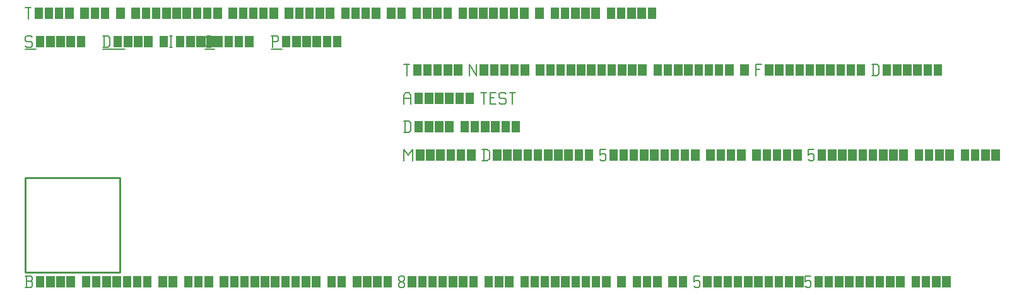
<source format=gbr>
G04 start of page 3 for group -1 layer_idx 16777221 *
G04 Title: Normal rectangular polygons, <virtual group> *
G04 Creator: <version>
G04 CreationDate: <date>
G04 For:  *
G04 Format: Gerber/RS-274X *
G04 PCB-Dimensions: 50000 50000 *
G04 PCB-Coordinate-Origin: lower left *
%MOIN*%
%FSLAX25Y25*%
%LNFAB*%
%ADD14C,0.0100*%
%ADD13C,0.0001*%
%ADD12C,0.0060*%
G54D12*X3000Y125000D02*X3750Y124250D01*
X750Y125000D02*X3000D01*
X0Y124250D02*X750Y125000D01*
X0Y124250D02*Y122750D01*
X750Y122000D01*
X3000D01*
X3750Y121250D01*
Y119750D01*
X3000Y119000D02*X3750Y119750D01*
X750Y119000D02*X3000D01*
X0Y119750D02*X750Y119000D01*
G54D13*G36*
X5550Y125000D02*Y119000D01*
X10050D01*
Y125000D01*
X5550D01*
G37*
G36*
X10950D02*Y119000D01*
X15450D01*
Y125000D01*
X10950D01*
G37*
G36*
X16350D02*Y119000D01*
X20850D01*
Y125000D01*
X16350D01*
G37*
G36*
X21750D02*Y119000D01*
X26250D01*
Y125000D01*
X21750D01*
G37*
G36*
X27150D02*Y119000D01*
X31650D01*
Y125000D01*
X27150D01*
G37*
G54D12*X0Y118000D02*X5550D01*
X41750Y125000D02*Y119000D01*
X43700Y125000D02*X44750Y123950D01*
Y120050D01*
X43700Y119000D02*X44750Y120050D01*
X41000Y119000D02*X43700D01*
X41000Y125000D02*X43700D01*
G54D13*G36*
X46550D02*Y119000D01*
X51050D01*
Y125000D01*
X46550D01*
G37*
G36*
X51950D02*Y119000D01*
X56450D01*
Y125000D01*
X51950D01*
G37*
G36*
X57350D02*Y119000D01*
X61850D01*
Y125000D01*
X57350D01*
G37*
G36*
X62750D02*Y119000D01*
X67250D01*
Y125000D01*
X62750D01*
G37*
G36*
X70850D02*Y119000D01*
X75350D01*
Y125000D01*
X70850D01*
G37*
G54D12*X76250D02*X77750D01*
X77000D02*Y119000D01*
X76250D02*X77750D01*
G54D13*G36*
X79550Y125000D02*Y119000D01*
X84050D01*
Y125000D01*
X79550D01*
G37*
G36*
X84950D02*Y119000D01*
X89450D01*
Y125000D01*
X84950D01*
G37*
G36*
X90350D02*Y119000D01*
X94850D01*
Y125000D01*
X90350D01*
G37*
G36*
X95750D02*Y119000D01*
X100250D01*
Y125000D01*
X95750D01*
G37*
G54D12*X41000Y118000D02*X52550D01*
X96050Y119000D02*X98000D01*
X95000Y120050D02*X96050Y119000D01*
X95000Y123950D02*Y120050D01*
Y123950D02*X96050Y125000D01*
X98000D01*
G54D13*G36*
X99800D02*Y119000D01*
X104300D01*
Y125000D01*
X99800D01*
G37*
G36*
X105200D02*Y119000D01*
X109700D01*
Y125000D01*
X105200D01*
G37*
G36*
X110600D02*Y119000D01*
X115100D01*
Y125000D01*
X110600D01*
G37*
G36*
X116000D02*Y119000D01*
X120500D01*
Y125000D01*
X116000D01*
G37*
G54D12*X95000Y118000D02*X99800D01*
X130750Y125000D02*Y119000D01*
X130000Y125000D02*X133000D01*
X133750Y124250D01*
Y122750D01*
X133000Y122000D02*X133750Y122750D01*
X130750Y122000D02*X133000D01*
G54D13*G36*
X135550Y125000D02*Y119000D01*
X140050D01*
Y125000D01*
X135550D01*
G37*
G36*
X140950D02*Y119000D01*
X145450D01*
Y125000D01*
X140950D01*
G37*
G36*
X146350D02*Y119000D01*
X150850D01*
Y125000D01*
X146350D01*
G37*
G36*
X151750D02*Y119000D01*
X156250D01*
Y125000D01*
X151750D01*
G37*
G36*
X157150D02*Y119000D01*
X161650D01*
Y125000D01*
X157150D01*
G37*
G36*
X162550D02*Y119000D01*
X167050D01*
Y125000D01*
X162550D01*
G37*
G54D12*X130000Y118000D02*X135550D01*
X0Y140000D02*X3000D01*
X1500D02*Y134000D01*
G54D13*G36*
X4800Y140000D02*Y134000D01*
X9300D01*
Y140000D01*
X4800D01*
G37*
G36*
X10200D02*Y134000D01*
X14700D01*
Y140000D01*
X10200D01*
G37*
G36*
X15600D02*Y134000D01*
X20100D01*
Y140000D01*
X15600D01*
G37*
G36*
X21000D02*Y134000D01*
X25500D01*
Y140000D01*
X21000D01*
G37*
G36*
X29100D02*Y134000D01*
X33600D01*
Y140000D01*
X29100D01*
G37*
G36*
X34500D02*Y134000D01*
X39000D01*
Y140000D01*
X34500D01*
G37*
G36*
X39900D02*Y134000D01*
X44400D01*
Y140000D01*
X39900D01*
G37*
G36*
X48000D02*Y134000D01*
X52500D01*
Y140000D01*
X48000D01*
G37*
G36*
X56100D02*Y134000D01*
X60600D01*
Y140000D01*
X56100D01*
G37*
G36*
X61500D02*Y134000D01*
X66000D01*
Y140000D01*
X61500D01*
G37*
G36*
X66900D02*Y134000D01*
X71400D01*
Y140000D01*
X66900D01*
G37*
G36*
X72300D02*Y134000D01*
X76800D01*
Y140000D01*
X72300D01*
G37*
G36*
X77700D02*Y134000D01*
X82200D01*
Y140000D01*
X77700D01*
G37*
G36*
X83100D02*Y134000D01*
X87600D01*
Y140000D01*
X83100D01*
G37*
G36*
X88500D02*Y134000D01*
X93000D01*
Y140000D01*
X88500D01*
G37*
G36*
X93900D02*Y134000D01*
X98400D01*
Y140000D01*
X93900D01*
G37*
G36*
X99300D02*Y134000D01*
X103800D01*
Y140000D01*
X99300D01*
G37*
G36*
X107400D02*Y134000D01*
X111900D01*
Y140000D01*
X107400D01*
G37*
G36*
X112800D02*Y134000D01*
X117300D01*
Y140000D01*
X112800D01*
G37*
G36*
X118200D02*Y134000D01*
X122700D01*
Y140000D01*
X118200D01*
G37*
G36*
X123600D02*Y134000D01*
X128100D01*
Y140000D01*
X123600D01*
G37*
G36*
X129000D02*Y134000D01*
X133500D01*
Y140000D01*
X129000D01*
G37*
G36*
X137100D02*Y134000D01*
X141600D01*
Y140000D01*
X137100D01*
G37*
G36*
X142500D02*Y134000D01*
X147000D01*
Y140000D01*
X142500D01*
G37*
G36*
X147900D02*Y134000D01*
X152400D01*
Y140000D01*
X147900D01*
G37*
G36*
X153300D02*Y134000D01*
X157800D01*
Y140000D01*
X153300D01*
G37*
G36*
X158700D02*Y134000D01*
X163200D01*
Y140000D01*
X158700D01*
G37*
G36*
X166800D02*Y134000D01*
X171300D01*
Y140000D01*
X166800D01*
G37*
G36*
X172200D02*Y134000D01*
X176700D01*
Y140000D01*
X172200D01*
G37*
G36*
X177600D02*Y134000D01*
X182100D01*
Y140000D01*
X177600D01*
G37*
G36*
X183000D02*Y134000D01*
X187500D01*
Y140000D01*
X183000D01*
G37*
G36*
X191100D02*Y134000D01*
X195600D01*
Y140000D01*
X191100D01*
G37*
G36*
X196500D02*Y134000D01*
X201000D01*
Y140000D01*
X196500D01*
G37*
G36*
X204600D02*Y134000D01*
X209100D01*
Y140000D01*
X204600D01*
G37*
G36*
X210000D02*Y134000D01*
X214500D01*
Y140000D01*
X210000D01*
G37*
G36*
X215400D02*Y134000D01*
X219900D01*
Y140000D01*
X215400D01*
G37*
G36*
X220800D02*Y134000D01*
X225300D01*
Y140000D01*
X220800D01*
G37*
G36*
X228900D02*Y134000D01*
X233400D01*
Y140000D01*
X228900D01*
G37*
G36*
X234300D02*Y134000D01*
X238800D01*
Y140000D01*
X234300D01*
G37*
G36*
X239700D02*Y134000D01*
X244200D01*
Y140000D01*
X239700D01*
G37*
G36*
X245100D02*Y134000D01*
X249600D01*
Y140000D01*
X245100D01*
G37*
G36*
X250500D02*Y134000D01*
X255000D01*
Y140000D01*
X250500D01*
G37*
G36*
X255900D02*Y134000D01*
X260400D01*
Y140000D01*
X255900D01*
G37*
G36*
X261300D02*Y134000D01*
X265800D01*
Y140000D01*
X261300D01*
G37*
G36*
X269400D02*Y134000D01*
X273900D01*
Y140000D01*
X269400D01*
G37*
G36*
X277500D02*Y134000D01*
X282000D01*
Y140000D01*
X277500D01*
G37*
G36*
X282900D02*Y134000D01*
X287400D01*
Y140000D01*
X282900D01*
G37*
G36*
X288300D02*Y134000D01*
X292800D01*
Y140000D01*
X288300D01*
G37*
G36*
X293700D02*Y134000D01*
X298200D01*
Y140000D01*
X293700D01*
G37*
G36*
X299100D02*Y134000D01*
X303600D01*
Y140000D01*
X299100D01*
G37*
G36*
X307200D02*Y134000D01*
X311700D01*
Y140000D01*
X307200D01*
G37*
G36*
X312600D02*Y134000D01*
X317100D01*
Y140000D01*
X312600D01*
G37*
G36*
X318000D02*Y134000D01*
X322500D01*
Y140000D01*
X318000D01*
G37*
G36*
X323400D02*Y134000D01*
X327900D01*
Y140000D01*
X323400D01*
G37*
G36*
X328800D02*Y134000D01*
X333300D01*
Y140000D01*
X328800D01*
G37*
G54D14*X0Y50000D02*X50000D01*
X0D02*Y0D01*
X50000Y50000D02*Y0D01*
X0D02*X50000D01*
G54D12*X200000Y65000D02*Y59000D01*
Y65000D02*X202250Y62000D01*
X204500Y65000D01*
Y59000D01*
G54D13*G36*
X206300Y65000D02*Y59000D01*
X210800D01*
Y65000D01*
X206300D01*
G37*
G36*
X211700D02*Y59000D01*
X216200D01*
Y65000D01*
X211700D01*
G37*
G36*
X217100D02*Y59000D01*
X221600D01*
Y65000D01*
X217100D01*
G37*
G36*
X222500D02*Y59000D01*
X227000D01*
Y65000D01*
X222500D01*
G37*
G36*
X227900D02*Y59000D01*
X232400D01*
Y65000D01*
X227900D01*
G37*
G36*
X233300D02*Y59000D01*
X237800D01*
Y65000D01*
X233300D01*
G37*
G54D12*X242150D02*Y59000D01*
X244100Y65000D02*X245150Y63950D01*
Y60050D01*
X244100Y59000D02*X245150Y60050D01*
X241400Y59000D02*X244100D01*
X241400Y65000D02*X244100D01*
G54D13*G36*
X246950D02*Y59000D01*
X251450D01*
Y65000D01*
X246950D01*
G37*
G36*
X252350D02*Y59000D01*
X256850D01*
Y65000D01*
X252350D01*
G37*
G36*
X257750D02*Y59000D01*
X262250D01*
Y65000D01*
X257750D01*
G37*
G36*
X263150D02*Y59000D01*
X267650D01*
Y65000D01*
X263150D01*
G37*
G36*
X268550D02*Y59000D01*
X273050D01*
Y65000D01*
X268550D01*
G37*
G36*
X273950D02*Y59000D01*
X278450D01*
Y65000D01*
X273950D01*
G37*
G36*
X279350D02*Y59000D01*
X283850D01*
Y65000D01*
X279350D01*
G37*
G36*
X284750D02*Y59000D01*
X289250D01*
Y65000D01*
X284750D01*
G37*
G36*
X290150D02*Y59000D01*
X294650D01*
Y65000D01*
X290150D01*
G37*
G36*
X295550D02*Y59000D01*
X300050D01*
Y65000D01*
X295550D01*
G37*
G54D12*X303650D02*X306650D01*
X303650D02*Y62000D01*
X304400Y62750D01*
X305900D01*
X306650Y62000D01*
Y59750D01*
X305900Y59000D02*X306650Y59750D01*
X304400Y59000D02*X305900D01*
X303650Y59750D02*X304400Y59000D01*
G54D13*G36*
X308450Y65000D02*Y59000D01*
X312950D01*
Y65000D01*
X308450D01*
G37*
G36*
X313850D02*Y59000D01*
X318350D01*
Y65000D01*
X313850D01*
G37*
G36*
X319250D02*Y59000D01*
X323750D01*
Y65000D01*
X319250D01*
G37*
G36*
X324650D02*Y59000D01*
X329150D01*
Y65000D01*
X324650D01*
G37*
G36*
X330050D02*Y59000D01*
X334550D01*
Y65000D01*
X330050D01*
G37*
G36*
X335450D02*Y59000D01*
X339950D01*
Y65000D01*
X335450D01*
G37*
G36*
X340850D02*Y59000D01*
X345350D01*
Y65000D01*
X340850D01*
G37*
G36*
X346250D02*Y59000D01*
X350750D01*
Y65000D01*
X346250D01*
G37*
G36*
X351650D02*Y59000D01*
X356150D01*
Y65000D01*
X351650D01*
G37*
G36*
X359750D02*Y59000D01*
X364250D01*
Y65000D01*
X359750D01*
G37*
G36*
X365150D02*Y59000D01*
X369650D01*
Y65000D01*
X365150D01*
G37*
G36*
X370550D02*Y59000D01*
X375050D01*
Y65000D01*
X370550D01*
G37*
G36*
X375950D02*Y59000D01*
X380450D01*
Y65000D01*
X375950D01*
G37*
G36*
X384050D02*Y59000D01*
X388550D01*
Y65000D01*
X384050D01*
G37*
G36*
X389450D02*Y59000D01*
X393950D01*
Y65000D01*
X389450D01*
G37*
G36*
X394850D02*Y59000D01*
X399350D01*
Y65000D01*
X394850D01*
G37*
G36*
X400250D02*Y59000D01*
X404750D01*
Y65000D01*
X400250D01*
G37*
G36*
X405650D02*Y59000D01*
X410150D01*
Y65000D01*
X405650D01*
G37*
G54D12*X413750D02*X416750D01*
X413750D02*Y62000D01*
X414500Y62750D01*
X416000D01*
X416750Y62000D01*
Y59750D01*
X416000Y59000D02*X416750Y59750D01*
X414500Y59000D02*X416000D01*
X413750Y59750D02*X414500Y59000D01*
G54D13*G36*
X418550Y65000D02*Y59000D01*
X423050D01*
Y65000D01*
X418550D01*
G37*
G36*
X423950D02*Y59000D01*
X428450D01*
Y65000D01*
X423950D01*
G37*
G36*
X429350D02*Y59000D01*
X433850D01*
Y65000D01*
X429350D01*
G37*
G36*
X434750D02*Y59000D01*
X439250D01*
Y65000D01*
X434750D01*
G37*
G36*
X440150D02*Y59000D01*
X444650D01*
Y65000D01*
X440150D01*
G37*
G36*
X445550D02*Y59000D01*
X450050D01*
Y65000D01*
X445550D01*
G37*
G36*
X450950D02*Y59000D01*
X455450D01*
Y65000D01*
X450950D01*
G37*
G36*
X456350D02*Y59000D01*
X460850D01*
Y65000D01*
X456350D01*
G37*
G36*
X461750D02*Y59000D01*
X466250D01*
Y65000D01*
X461750D01*
G37*
G36*
X469850D02*Y59000D01*
X474350D01*
Y65000D01*
X469850D01*
G37*
G36*
X475250D02*Y59000D01*
X479750D01*
Y65000D01*
X475250D01*
G37*
G36*
X480650D02*Y59000D01*
X485150D01*
Y65000D01*
X480650D01*
G37*
G36*
X486050D02*Y59000D01*
X490550D01*
Y65000D01*
X486050D01*
G37*
G36*
X494150D02*Y59000D01*
X498650D01*
Y65000D01*
X494150D01*
G37*
G36*
X499550D02*Y59000D01*
X504050D01*
Y65000D01*
X499550D01*
G37*
G36*
X504950D02*Y59000D01*
X509450D01*
Y65000D01*
X504950D01*
G37*
G36*
X510350D02*Y59000D01*
X514850D01*
Y65000D01*
X510350D01*
G37*
G54D12*X0Y-8000D02*X3000D01*
X3750Y-7250D01*
Y-5450D02*Y-7250D01*
X3000Y-4700D02*X3750Y-5450D01*
X750Y-4700D02*X3000D01*
X750Y-2000D02*Y-8000D01*
X0Y-2000D02*X3000D01*
X3750Y-2750D01*
Y-3950D01*
X3000Y-4700D02*X3750Y-3950D01*
G54D13*G36*
X5550Y-2000D02*Y-8000D01*
X10050D01*
Y-2000D01*
X5550D01*
G37*
G36*
X10950D02*Y-8000D01*
X15450D01*
Y-2000D01*
X10950D01*
G37*
G36*
X16350D02*Y-8000D01*
X20850D01*
Y-2000D01*
X16350D01*
G37*
G36*
X21750D02*Y-8000D01*
X26250D01*
Y-2000D01*
X21750D01*
G37*
G36*
X29850D02*Y-8000D01*
X34350D01*
Y-2000D01*
X29850D01*
G37*
G36*
X35250D02*Y-8000D01*
X39750D01*
Y-2000D01*
X35250D01*
G37*
G36*
X40650D02*Y-8000D01*
X45150D01*
Y-2000D01*
X40650D01*
G37*
G36*
X46050D02*Y-8000D01*
X50550D01*
Y-2000D01*
X46050D01*
G37*
G36*
X51450D02*Y-8000D01*
X55950D01*
Y-2000D01*
X51450D01*
G37*
G36*
X56850D02*Y-8000D01*
X61350D01*
Y-2000D01*
X56850D01*
G37*
G36*
X62250D02*Y-8000D01*
X66750D01*
Y-2000D01*
X62250D01*
G37*
G36*
X70350D02*Y-8000D01*
X74850D01*
Y-2000D01*
X70350D01*
G37*
G36*
X75750D02*Y-8000D01*
X80250D01*
Y-2000D01*
X75750D01*
G37*
G36*
X83850D02*Y-8000D01*
X88350D01*
Y-2000D01*
X83850D01*
G37*
G36*
X89250D02*Y-8000D01*
X93750D01*
Y-2000D01*
X89250D01*
G37*
G36*
X94650D02*Y-8000D01*
X99150D01*
Y-2000D01*
X94650D01*
G37*
G36*
X102750D02*Y-8000D01*
X107250D01*
Y-2000D01*
X102750D01*
G37*
G36*
X108150D02*Y-8000D01*
X112650D01*
Y-2000D01*
X108150D01*
G37*
G36*
X113550D02*Y-8000D01*
X118050D01*
Y-2000D01*
X113550D01*
G37*
G36*
X118950D02*Y-8000D01*
X123450D01*
Y-2000D01*
X118950D01*
G37*
G36*
X124350D02*Y-8000D01*
X128850D01*
Y-2000D01*
X124350D01*
G37*
G36*
X129750D02*Y-8000D01*
X134250D01*
Y-2000D01*
X129750D01*
G37*
G36*
X135150D02*Y-8000D01*
X139650D01*
Y-2000D01*
X135150D01*
G37*
G36*
X140550D02*Y-8000D01*
X145050D01*
Y-2000D01*
X140550D01*
G37*
G36*
X145950D02*Y-8000D01*
X150450D01*
Y-2000D01*
X145950D01*
G37*
G36*
X151350D02*Y-8000D01*
X155850D01*
Y-2000D01*
X151350D01*
G37*
G36*
X159450D02*Y-8000D01*
X163950D01*
Y-2000D01*
X159450D01*
G37*
G36*
X164850D02*Y-8000D01*
X169350D01*
Y-2000D01*
X164850D01*
G37*
G36*
X172950D02*Y-8000D01*
X177450D01*
Y-2000D01*
X172950D01*
G37*
G36*
X178350D02*Y-8000D01*
X182850D01*
Y-2000D01*
X178350D01*
G37*
G36*
X183750D02*Y-8000D01*
X188250D01*
Y-2000D01*
X183750D01*
G37*
G36*
X189150D02*Y-8000D01*
X193650D01*
Y-2000D01*
X189150D01*
G37*
G54D12*X197250Y-7250D02*X198000Y-8000D01*
X197250Y-6050D02*Y-7250D01*
Y-6050D02*X198300Y-5000D01*
X199200D01*
X200250Y-6050D01*
Y-7250D01*
X199500Y-8000D02*X200250Y-7250D01*
X198000Y-8000D02*X199500D01*
X197250Y-3950D02*X198300Y-5000D01*
X197250Y-2750D02*Y-3950D01*
Y-2750D02*X198000Y-2000D01*
X199500D01*
X200250Y-2750D01*
Y-3950D01*
X199200Y-5000D02*X200250Y-3950D01*
G54D13*G36*
X202050Y-2000D02*Y-8000D01*
X206550D01*
Y-2000D01*
X202050D01*
G37*
G36*
X207450D02*Y-8000D01*
X211950D01*
Y-2000D01*
X207450D01*
G37*
G36*
X212850D02*Y-8000D01*
X217350D01*
Y-2000D01*
X212850D01*
G37*
G36*
X218250D02*Y-8000D01*
X222750D01*
Y-2000D01*
X218250D01*
G37*
G36*
X223650D02*Y-8000D01*
X228150D01*
Y-2000D01*
X223650D01*
G37*
G36*
X229050D02*Y-8000D01*
X233550D01*
Y-2000D01*
X229050D01*
G37*
G36*
X234450D02*Y-8000D01*
X238950D01*
Y-2000D01*
X234450D01*
G37*
G36*
X242550D02*Y-8000D01*
X247050D01*
Y-2000D01*
X242550D01*
G37*
G36*
X247950D02*Y-8000D01*
X252450D01*
Y-2000D01*
X247950D01*
G37*
G36*
X253350D02*Y-8000D01*
X257850D01*
Y-2000D01*
X253350D01*
G37*
G36*
X261450D02*Y-8000D01*
X265950D01*
Y-2000D01*
X261450D01*
G37*
G36*
X266850D02*Y-8000D01*
X271350D01*
Y-2000D01*
X266850D01*
G37*
G36*
X272250D02*Y-8000D01*
X276750D01*
Y-2000D01*
X272250D01*
G37*
G36*
X277650D02*Y-8000D01*
X282150D01*
Y-2000D01*
X277650D01*
G37*
G36*
X283050D02*Y-8000D01*
X287550D01*
Y-2000D01*
X283050D01*
G37*
G36*
X288450D02*Y-8000D01*
X292950D01*
Y-2000D01*
X288450D01*
G37*
G36*
X293850D02*Y-8000D01*
X298350D01*
Y-2000D01*
X293850D01*
G37*
G36*
X299250D02*Y-8000D01*
X303750D01*
Y-2000D01*
X299250D01*
G37*
G36*
X304650D02*Y-8000D01*
X309150D01*
Y-2000D01*
X304650D01*
G37*
G36*
X312750D02*Y-8000D01*
X317250D01*
Y-2000D01*
X312750D01*
G37*
G36*
X320850D02*Y-8000D01*
X325350D01*
Y-2000D01*
X320850D01*
G37*
G36*
X326250D02*Y-8000D01*
X330750D01*
Y-2000D01*
X326250D01*
G37*
G36*
X331650D02*Y-8000D01*
X336150D01*
Y-2000D01*
X331650D01*
G37*
G36*
X339750D02*Y-8000D01*
X344250D01*
Y-2000D01*
X339750D01*
G37*
G36*
X345150D02*Y-8000D01*
X349650D01*
Y-2000D01*
X345150D01*
G37*
G54D12*X353250D02*X356250D01*
X353250D02*Y-5000D01*
X354000Y-4250D01*
X355500D01*
X356250Y-5000D01*
Y-7250D01*
X355500Y-8000D02*X356250Y-7250D01*
X354000Y-8000D02*X355500D01*
X353250Y-7250D02*X354000Y-8000D01*
G54D13*G36*
X358050Y-2000D02*Y-8000D01*
X362550D01*
Y-2000D01*
X358050D01*
G37*
G36*
X363450D02*Y-8000D01*
X367950D01*
Y-2000D01*
X363450D01*
G37*
G36*
X368850D02*Y-8000D01*
X373350D01*
Y-2000D01*
X368850D01*
G37*
G36*
X374250D02*Y-8000D01*
X378750D01*
Y-2000D01*
X374250D01*
G37*
G36*
X379650D02*Y-8000D01*
X384150D01*
Y-2000D01*
X379650D01*
G37*
G36*
X385050D02*Y-8000D01*
X389550D01*
Y-2000D01*
X385050D01*
G37*
G36*
X390450D02*Y-8000D01*
X394950D01*
Y-2000D01*
X390450D01*
G37*
G36*
X395850D02*Y-8000D01*
X400350D01*
Y-2000D01*
X395850D01*
G37*
G36*
X401250D02*Y-8000D01*
X405750D01*
Y-2000D01*
X401250D01*
G37*
G36*
X406650D02*Y-8000D01*
X411150D01*
Y-2000D01*
X406650D01*
G37*
G54D12*X412050D02*X415050D01*
X412050D02*Y-5000D01*
X412800Y-4250D01*
X414300D01*
X415050Y-5000D01*
Y-7250D01*
X414300Y-8000D02*X415050Y-7250D01*
X412800Y-8000D02*X414300D01*
X412050Y-7250D02*X412800Y-8000D01*
G54D13*G36*
X416850Y-2000D02*Y-8000D01*
X421350D01*
Y-2000D01*
X416850D01*
G37*
G36*
X422250D02*Y-8000D01*
X426750D01*
Y-2000D01*
X422250D01*
G37*
G36*
X427650D02*Y-8000D01*
X432150D01*
Y-2000D01*
X427650D01*
G37*
G36*
X433050D02*Y-8000D01*
X437550D01*
Y-2000D01*
X433050D01*
G37*
G36*
X438450D02*Y-8000D01*
X442950D01*
Y-2000D01*
X438450D01*
G37*
G36*
X443850D02*Y-8000D01*
X448350D01*
Y-2000D01*
X443850D01*
G37*
G36*
X449250D02*Y-8000D01*
X453750D01*
Y-2000D01*
X449250D01*
G37*
G36*
X454650D02*Y-8000D01*
X459150D01*
Y-2000D01*
X454650D01*
G37*
G36*
X460050D02*Y-8000D01*
X464550D01*
Y-2000D01*
X460050D01*
G37*
G36*
X468150D02*Y-8000D01*
X472650D01*
Y-2000D01*
X468150D01*
G37*
G36*
X473550D02*Y-8000D01*
X478050D01*
Y-2000D01*
X473550D01*
G37*
G36*
X478950D02*Y-8000D01*
X483450D01*
Y-2000D01*
X478950D01*
G37*
G36*
X484350D02*Y-8000D01*
X488850D01*
Y-2000D01*
X484350D01*
G37*
G54D12*X200750Y80000D02*Y74000D01*
X202700Y80000D02*X203750Y78950D01*
Y75050D01*
X202700Y74000D02*X203750Y75050D01*
X200000Y74000D02*X202700D01*
X200000Y80000D02*X202700D01*
G54D13*G36*
X205550D02*Y74000D01*
X210050D01*
Y80000D01*
X205550D01*
G37*
G36*
X210950D02*Y74000D01*
X215450D01*
Y80000D01*
X210950D01*
G37*
G36*
X216350D02*Y74000D01*
X220850D01*
Y80000D01*
X216350D01*
G37*
G36*
X221750D02*Y74000D01*
X226250D01*
Y80000D01*
X221750D01*
G37*
G36*
X229850D02*Y74000D01*
X234350D01*
Y80000D01*
X229850D01*
G37*
G36*
X235250D02*Y74000D01*
X239750D01*
Y80000D01*
X235250D01*
G37*
G36*
X240650D02*Y74000D01*
X245150D01*
Y80000D01*
X240650D01*
G37*
G36*
X246050D02*Y74000D01*
X250550D01*
Y80000D01*
X246050D01*
G37*
G36*
X251450D02*Y74000D01*
X255950D01*
Y80000D01*
X251450D01*
G37*
G36*
X256850D02*Y74000D01*
X261350D01*
Y80000D01*
X256850D01*
G37*
G54D12*X200000Y93500D02*Y89000D01*
Y93500D02*X201050Y95000D01*
X202700D01*
X203750Y93500D01*
Y89000D01*
X200000Y92000D02*X203750D01*
G54D13*G36*
X205550Y95000D02*Y89000D01*
X210050D01*
Y95000D01*
X205550D01*
G37*
G36*
X210950D02*Y89000D01*
X215450D01*
Y95000D01*
X210950D01*
G37*
G36*
X216350D02*Y89000D01*
X220850D01*
Y95000D01*
X216350D01*
G37*
G36*
X221750D02*Y89000D01*
X226250D01*
Y95000D01*
X221750D01*
G37*
G36*
X227150D02*Y89000D01*
X231650D01*
Y95000D01*
X227150D01*
G37*
G36*
X232550D02*Y89000D01*
X237050D01*
Y95000D01*
X232550D01*
G37*
G54D12*X240650D02*X243650D01*
X242150D02*Y89000D01*
X245450Y92300D02*X247700D01*
X245450Y89000D02*X248450D01*
X245450Y95000D02*Y89000D01*
Y95000D02*X248450D01*
X253250D02*X254000Y94250D01*
X251000Y95000D02*X253250D01*
X250250Y94250D02*X251000Y95000D01*
X250250Y94250D02*Y92750D01*
X251000Y92000D01*
X253250D01*
X254000Y91250D01*
Y89750D01*
X253250Y89000D02*X254000Y89750D01*
X251000Y89000D02*X253250D01*
X250250Y89750D02*X251000Y89000D01*
X255800Y95000D02*X258800D01*
X257300D02*Y89000D01*
X200000Y110000D02*X203000D01*
X201500D02*Y104000D01*
G54D13*G36*
X204800Y110000D02*Y104000D01*
X209300D01*
Y110000D01*
X204800D01*
G37*
G36*
X210200D02*Y104000D01*
X214700D01*
Y110000D01*
X210200D01*
G37*
G36*
X215600D02*Y104000D01*
X220100D01*
Y110000D01*
X215600D01*
G37*
G36*
X221000D02*Y104000D01*
X225500D01*
Y110000D01*
X221000D01*
G37*
G36*
X226400D02*Y104000D01*
X230900D01*
Y110000D01*
X226400D01*
G37*
G54D12*X234500D02*Y104000D01*
Y110000D02*X238250Y104000D01*
Y110000D02*Y104000D01*
G54D13*G36*
X240050Y110000D02*Y104000D01*
X244550D01*
Y110000D01*
X240050D01*
G37*
G36*
X245450D02*Y104000D01*
X249950D01*
Y110000D01*
X245450D01*
G37*
G36*
X250850D02*Y104000D01*
X255350D01*
Y110000D01*
X250850D01*
G37*
G36*
X256250D02*Y104000D01*
X260750D01*
Y110000D01*
X256250D01*
G37*
G36*
X261650D02*Y104000D01*
X266150D01*
Y110000D01*
X261650D01*
G37*
G36*
X269750D02*Y104000D01*
X274250D01*
Y110000D01*
X269750D01*
G37*
G36*
X275150D02*Y104000D01*
X279650D01*
Y110000D01*
X275150D01*
G37*
G36*
X280550D02*Y104000D01*
X285050D01*
Y110000D01*
X280550D01*
G37*
G36*
X285950D02*Y104000D01*
X290450D01*
Y110000D01*
X285950D01*
G37*
G36*
X291350D02*Y104000D01*
X295850D01*
Y110000D01*
X291350D01*
G37*
G36*
X296750D02*Y104000D01*
X301250D01*
Y110000D01*
X296750D01*
G37*
G36*
X302150D02*Y104000D01*
X306650D01*
Y110000D01*
X302150D01*
G37*
G36*
X307550D02*Y104000D01*
X312050D01*
Y110000D01*
X307550D01*
G37*
G36*
X312950D02*Y104000D01*
X317450D01*
Y110000D01*
X312950D01*
G37*
G36*
X318350D02*Y104000D01*
X322850D01*
Y110000D01*
X318350D01*
G37*
G36*
X323750D02*Y104000D01*
X328250D01*
Y110000D01*
X323750D01*
G37*
G36*
X331850D02*Y104000D01*
X336350D01*
Y110000D01*
X331850D01*
G37*
G36*
X337250D02*Y104000D01*
X341750D01*
Y110000D01*
X337250D01*
G37*
G36*
X342650D02*Y104000D01*
X347150D01*
Y110000D01*
X342650D01*
G37*
G36*
X348050D02*Y104000D01*
X352550D01*
Y110000D01*
X348050D01*
G37*
G36*
X353450D02*Y104000D01*
X357950D01*
Y110000D01*
X353450D01*
G37*
G36*
X358850D02*Y104000D01*
X363350D01*
Y110000D01*
X358850D01*
G37*
G36*
X364250D02*Y104000D01*
X368750D01*
Y110000D01*
X364250D01*
G37*
G36*
X369650D02*Y104000D01*
X374150D01*
Y110000D01*
X369650D01*
G37*
G36*
X377750D02*Y104000D01*
X382250D01*
Y110000D01*
X377750D01*
G37*
G54D12*X385850D02*Y104000D01*
Y110000D02*X388850D01*
X385850Y107300D02*X388100D01*
G54D13*G36*
X390650Y110000D02*Y104000D01*
X395150D01*
Y110000D01*
X390650D01*
G37*
G36*
X396050D02*Y104000D01*
X400550D01*
Y110000D01*
X396050D01*
G37*
G36*
X401450D02*Y104000D01*
X405950D01*
Y110000D01*
X401450D01*
G37*
G36*
X406850D02*Y104000D01*
X411350D01*
Y110000D01*
X406850D01*
G37*
G36*
X412250D02*Y104000D01*
X416750D01*
Y110000D01*
X412250D01*
G37*
G36*
X417650D02*Y104000D01*
X422150D01*
Y110000D01*
X417650D01*
G37*
G36*
X423050D02*Y104000D01*
X427550D01*
Y110000D01*
X423050D01*
G37*
G36*
X428450D02*Y104000D01*
X432950D01*
Y110000D01*
X428450D01*
G37*
G36*
X433850D02*Y104000D01*
X438350D01*
Y110000D01*
X433850D01*
G37*
G36*
X439250D02*Y104000D01*
X443750D01*
Y110000D01*
X439250D01*
G37*
G54D12*X448100D02*Y104000D01*
X450050Y110000D02*X451100Y108950D01*
Y105050D01*
X450050Y104000D02*X451100Y105050D01*
X447350Y104000D02*X450050D01*
X447350Y110000D02*X450050D01*
G54D13*G36*
X452900D02*Y104000D01*
X457400D01*
Y110000D01*
X452900D01*
G37*
G36*
X458300D02*Y104000D01*
X462800D01*
Y110000D01*
X458300D01*
G37*
G36*
X463700D02*Y104000D01*
X468200D01*
Y110000D01*
X463700D01*
G37*
G36*
X469100D02*Y104000D01*
X473600D01*
Y110000D01*
X469100D01*
G37*
G36*
X474500D02*Y104000D01*
X479000D01*
Y110000D01*
X474500D01*
G37*
G36*
X479900D02*Y104000D01*
X484400D01*
Y110000D01*
X479900D01*
G37*
M02*

</source>
